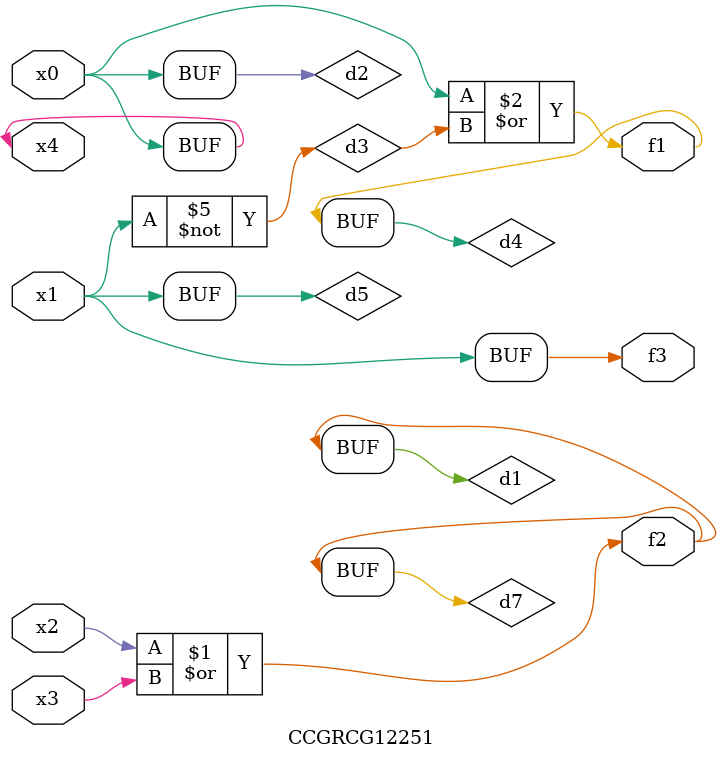
<source format=v>
module CCGRCG12251(
	input x0, x1, x2, x3, x4,
	output f1, f2, f3
);

	wire d1, d2, d3, d4, d5, d6, d7;

	or (d1, x2, x3);
	buf (d2, x0, x4);
	not (d3, x1);
	or (d4, d2, d3);
	not (d5, d3);
	nand (d6, d1, d3);
	or (d7, d1);
	assign f1 = d4;
	assign f2 = d7;
	assign f3 = d5;
endmodule

</source>
